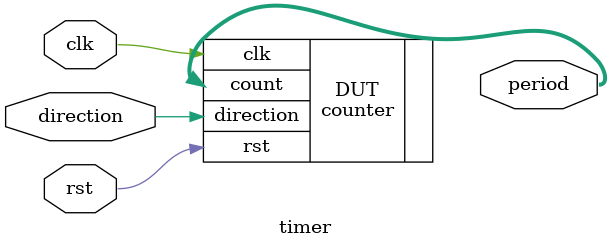
<source format=v>
`timescale 1ns / 1ps
module timer(clk,rst, direction,period);

input clk, rst, direction;
output [3:0] period;

counter DUT(
    .clk(clk),
    .rst(rst),
    .direction(direction),
    .count(period));
    
endmodule

</source>
